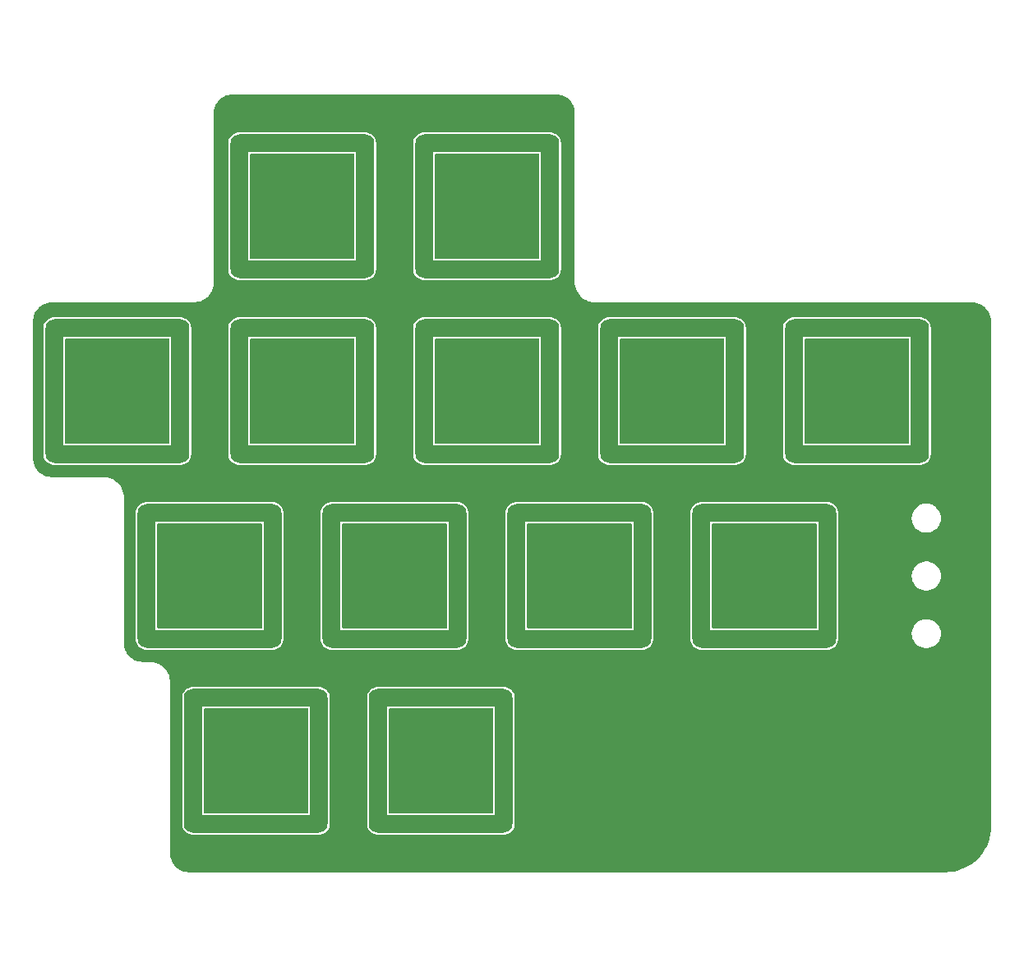
<source format=gbl>
G04 #@! TF.GenerationSoftware,KiCad,Pcbnew,8.0.5*
G04 #@! TF.CreationDate,2024-09-30T06:21:52+09:00*
G04 #@! TF.ProjectId,SandyLP_Plate_Base_LR,53616e64-794c-4505-9f50-6c6174655f42,v.0*
G04 #@! TF.SameCoordinates,Original*
G04 #@! TF.FileFunction,Copper,L2,Bot*
G04 #@! TF.FilePolarity,Positive*
%FSLAX46Y46*%
G04 Gerber Fmt 4.6, Leading zero omitted, Abs format (unit mm)*
G04 Created by KiCad (PCBNEW 8.0.5) date 2024-09-30 06:21:52*
%MOMM*%
%LPD*%
G01*
G04 APERTURE LIST*
G04 Aperture macros list*
%AMRoundRect*
0 Rectangle with rounded corners*
0 $1 Rounding radius*
0 $2 $3 $4 $5 $6 $7 $8 $9 X,Y pos of 4 corners*
0 Add a 4 corners polygon primitive as box body*
4,1,4,$2,$3,$4,$5,$6,$7,$8,$9,$2,$3,0*
0 Add four circle primitives for the rounded corners*
1,1,$1+$1,$2,$3*
1,1,$1+$1,$4,$5*
1,1,$1+$1,$6,$7*
1,1,$1+$1,$8,$9*
0 Add four rect primitives between the rounded corners*
20,1,$1+$1,$2,$3,$4,$5,0*
20,1,$1+$1,$4,$5,$6,$7,0*
20,1,$1+$1,$6,$7,$8,$9,0*
20,1,$1+$1,$8,$9,$2,$3,0*%
G04 Aperture macros list end*
G04 #@! TA.AperFunction,WasherPad*
%ADD10RoundRect,0.900000X0.000010X-6.500000X0.000010X6.500000X-0.000010X6.500000X-0.000010X-6.500000X0*%
G04 #@! TD*
G04 #@! TA.AperFunction,WasherPad*
%ADD11RoundRect,0.900000X-6.500000X-0.000010X6.500000X-0.000010X6.500000X0.000010X-6.500000X0.000010X0*%
G04 #@! TD*
G04 APERTURE END LIST*
D10*
X248747345Y-84250320D03*
D11*
X255247345Y-77750320D03*
X255247345Y-90750320D03*
D10*
X261747345Y-84250320D03*
X220172345Y-46150320D03*
D11*
X226672345Y-39650320D03*
X226672345Y-52650320D03*
D10*
X233172345Y-46150320D03*
X201122345Y-65200320D03*
D11*
X207622345Y-58700320D03*
X207622345Y-71700320D03*
D10*
X214122345Y-65200320D03*
X277322345Y-65200320D03*
D11*
X283822345Y-58700320D03*
X283822345Y-71700320D03*
D10*
X290322345Y-65200320D03*
X258272345Y-65200320D03*
D11*
X264772345Y-58700320D03*
X264772345Y-71700320D03*
D10*
X271272345Y-65200320D03*
X239222345Y-46150320D03*
D11*
X245722345Y-39650320D03*
X245722345Y-52650320D03*
D10*
X252222345Y-46150320D03*
X267797345Y-84250320D03*
D11*
X274297345Y-77750320D03*
X274297345Y-90750320D03*
D10*
X280797345Y-84250320D03*
X210647345Y-84250320D03*
D11*
X217147345Y-77750320D03*
X217147345Y-90750320D03*
D10*
X223647345Y-84250320D03*
X220172345Y-65200320D03*
D11*
X226672345Y-58700320D03*
X226672345Y-71700320D03*
D10*
X233172345Y-65200320D03*
X229697345Y-84250320D03*
D11*
X236197345Y-77750320D03*
X236197345Y-90750320D03*
D10*
X242697345Y-84250320D03*
X234459845Y-103300320D03*
D11*
X240959845Y-96800320D03*
X240959845Y-109800320D03*
D10*
X247459845Y-103300320D03*
X239222345Y-65200320D03*
D11*
X245722345Y-58700320D03*
X245722345Y-71700320D03*
D10*
X252222345Y-65200320D03*
X215409845Y-103300320D03*
D11*
X221909845Y-96800320D03*
X221909845Y-109800320D03*
D10*
X228409845Y-103300320D03*
G04 #@! TA.AperFunction,NonConductor*
G36*
X252838076Y-34619742D02*
G01*
X253079572Y-34635576D01*
X253092393Y-34637264D01*
X253326575Y-34683851D01*
X253339062Y-34687197D01*
X253533114Y-34753074D01*
X253565151Y-34763950D01*
X253577114Y-34768905D01*
X253627970Y-34793985D01*
X253791260Y-34874515D01*
X253802459Y-34880981D01*
X253935881Y-34970135D01*
X254000973Y-35013630D01*
X254011247Y-35021513D01*
X254190755Y-35178944D01*
X254199911Y-35188101D01*
X254357328Y-35367607D01*
X254365211Y-35377881D01*
X254497851Y-35576397D01*
X254504326Y-35587612D01*
X254609919Y-35801743D01*
X254614875Y-35813707D01*
X254691618Y-36039798D01*
X254694969Y-36052307D01*
X254741544Y-36286474D01*
X254743234Y-36299313D01*
X254759133Y-36541939D01*
X254759345Y-36548412D01*
X254759345Y-53934246D01*
X254759319Y-53934322D01*
X254759319Y-54111318D01*
X254794829Y-54381062D01*
X254865247Y-54643867D01*
X254969360Y-54895222D01*
X254969362Y-54895226D01*
X254969364Y-54895230D01*
X255105401Y-55130853D01*
X255117680Y-55146855D01*
X255271030Y-55346703D01*
X255463419Y-55539089D01*
X255518115Y-55581058D01*
X255679269Y-55704713D01*
X255679276Y-55704717D01*
X255679275Y-55704717D01*
X255914884Y-55840742D01*
X255914893Y-55840747D01*
X256166258Y-55944862D01*
X256166262Y-55944863D01*
X256429058Y-56015274D01*
X256429062Y-56015275D01*
X256464570Y-56019948D01*
X256698810Y-56050783D01*
X256834847Y-56050780D01*
X295685316Y-56050780D01*
X295706611Y-56050780D01*
X295713082Y-56050991D01*
X295954587Y-56066814D01*
X295967402Y-56068501D01*
X296201600Y-56115079D01*
X296214092Y-56118426D01*
X296440204Y-56195175D01*
X296452156Y-56200125D01*
X296666300Y-56305724D01*
X296677515Y-56312198D01*
X296876054Y-56444851D01*
X296886313Y-56452723D01*
X297065848Y-56610164D01*
X297074995Y-56619312D01*
X297232421Y-56798817D01*
X297240305Y-56809090D01*
X297372963Y-57007619D01*
X297379438Y-57018834D01*
X297485043Y-57232972D01*
X297489999Y-57244936D01*
X297566753Y-57471036D01*
X297570104Y-57483545D01*
X297616686Y-57717709D01*
X297618377Y-57730548D01*
X297634133Y-57970901D01*
X297634345Y-57977377D01*
X297634345Y-110091863D01*
X297634251Y-110096182D01*
X297616695Y-110498213D01*
X297615942Y-110506816D01*
X297563699Y-110903633D01*
X297562199Y-110912139D01*
X297475569Y-111302890D01*
X297473334Y-111311232D01*
X297352976Y-111692953D01*
X297350022Y-111701069D01*
X297196855Y-112070847D01*
X297193205Y-112078674D01*
X297008396Y-112433687D01*
X297004078Y-112441167D01*
X296789020Y-112778739D01*
X296784066Y-112785813D01*
X296540420Y-113103339D01*
X296534869Y-113109955D01*
X296264461Y-113405054D01*
X296258354Y-113411161D01*
X296133989Y-113525121D01*
X295963271Y-113681555D01*
X295956663Y-113687101D01*
X295639120Y-113930762D01*
X295632045Y-113935716D01*
X295294480Y-114150770D01*
X295287000Y-114155088D01*
X294931987Y-114339898D01*
X294924160Y-114343548D01*
X294554386Y-114496716D01*
X294546270Y-114499670D01*
X294164542Y-114620031D01*
X294156200Y-114622266D01*
X293765454Y-114708895D01*
X293756949Y-114710395D01*
X293360130Y-114762641D01*
X293351526Y-114763394D01*
X292949840Y-114780936D01*
X292945521Y-114781030D01*
X215033915Y-114781030D01*
X215033904Y-114781028D01*
X214992923Y-114781029D01*
X214986450Y-114780817D01*
X214744960Y-114764999D01*
X214732121Y-114763309D01*
X214497951Y-114716739D01*
X214485442Y-114713388D01*
X214259342Y-114636646D01*
X214247381Y-114631692D01*
X214145302Y-114581355D01*
X214033234Y-114526092D01*
X214022019Y-114519617D01*
X213823501Y-114386976D01*
X213813226Y-114379093D01*
X213633704Y-114221659D01*
X213624547Y-114212501D01*
X213570410Y-114150770D01*
X213467122Y-114032993D01*
X213459246Y-114022729D01*
X213326587Y-113824189D01*
X213320118Y-113812985D01*
X213214516Y-113598837D01*
X213209565Y-113586887D01*
X213132815Y-113360773D01*
X213129466Y-113348271D01*
X213082890Y-113114088D01*
X213081203Y-113101270D01*
X213065405Y-112860120D01*
X213065193Y-112853648D01*
X213065193Y-112816276D01*
X213065170Y-112816135D01*
X213065105Y-112695959D01*
X213056487Y-96716053D01*
X214306145Y-96716053D01*
X214306145Y-109884586D01*
X214308966Y-109931947D01*
X214308967Y-109931956D01*
X214353768Y-110137902D01*
X214353770Y-110137907D01*
X214353771Y-110137910D01*
X214436745Y-110331673D01*
X214554889Y-110506231D01*
X214703934Y-110655276D01*
X214878492Y-110773420D01*
X215072255Y-110856394D01*
X215072259Y-110856395D01*
X215072262Y-110856396D01*
X215278208Y-110901197D01*
X215278211Y-110901197D01*
X215278219Y-110901199D01*
X215325575Y-110904020D01*
X215325588Y-110904020D01*
X228494102Y-110904020D01*
X228494115Y-110904020D01*
X228541471Y-110901199D01*
X228541479Y-110901197D01*
X228541481Y-110901197D01*
X228747427Y-110856396D01*
X228747428Y-110856395D01*
X228747435Y-110856394D01*
X228941198Y-110773420D01*
X229115756Y-110655276D01*
X229264801Y-110506231D01*
X229382945Y-110331673D01*
X229465919Y-110137910D01*
X229474997Y-110096182D01*
X229510722Y-109931956D01*
X229510722Y-109931954D01*
X229510724Y-109931946D01*
X229513545Y-109884590D01*
X229513545Y-96716053D01*
X233356145Y-96716053D01*
X233356145Y-109884586D01*
X233358966Y-109931947D01*
X233358967Y-109931956D01*
X233403768Y-110137902D01*
X233403770Y-110137907D01*
X233403771Y-110137910D01*
X233486745Y-110331673D01*
X233604889Y-110506231D01*
X233753934Y-110655276D01*
X233928492Y-110773420D01*
X234122255Y-110856394D01*
X234122259Y-110856395D01*
X234122262Y-110856396D01*
X234328208Y-110901197D01*
X234328211Y-110901197D01*
X234328219Y-110901199D01*
X234375575Y-110904020D01*
X234375588Y-110904020D01*
X247544102Y-110904020D01*
X247544115Y-110904020D01*
X247591471Y-110901199D01*
X247591479Y-110901197D01*
X247591481Y-110901197D01*
X247797427Y-110856396D01*
X247797428Y-110856395D01*
X247797435Y-110856394D01*
X247991198Y-110773420D01*
X248165756Y-110655276D01*
X248314801Y-110506231D01*
X248432945Y-110331673D01*
X248515919Y-110137910D01*
X248524997Y-110096182D01*
X248560722Y-109931956D01*
X248560722Y-109931954D01*
X248560724Y-109931946D01*
X248563545Y-109884590D01*
X248563545Y-96716050D01*
X248560724Y-96668694D01*
X248515919Y-96462730D01*
X248432945Y-96268967D01*
X248314801Y-96094409D01*
X248165756Y-95945364D01*
X248151912Y-95935994D01*
X247991200Y-95827221D01*
X247991198Y-95827220D01*
X247797435Y-95744246D01*
X247797432Y-95744245D01*
X247797427Y-95744243D01*
X247591481Y-95699442D01*
X247591472Y-95699441D01*
X247581999Y-95698876D01*
X247544115Y-95696620D01*
X234544115Y-95696620D01*
X234375575Y-95696620D01*
X234347161Y-95698312D01*
X234328217Y-95699441D01*
X234328208Y-95699442D01*
X234122262Y-95744243D01*
X234122255Y-95744246D01*
X233928489Y-95827221D01*
X233753936Y-95945362D01*
X233604887Y-96094411D01*
X233486746Y-96268964D01*
X233403771Y-96462730D01*
X233403768Y-96462737D01*
X233358967Y-96668683D01*
X233358966Y-96668692D01*
X233356145Y-96716053D01*
X229513545Y-96716053D01*
X229513545Y-96716050D01*
X229510724Y-96668694D01*
X229465919Y-96462730D01*
X229382945Y-96268967D01*
X229264801Y-96094409D01*
X229115756Y-95945364D01*
X229101912Y-95935994D01*
X228941200Y-95827221D01*
X228941198Y-95827220D01*
X228747435Y-95744246D01*
X228747432Y-95744245D01*
X228747427Y-95744243D01*
X228541481Y-95699442D01*
X228541472Y-95699441D01*
X228531999Y-95698876D01*
X228494115Y-95696620D01*
X215494115Y-95696620D01*
X215325575Y-95696620D01*
X215297161Y-95698312D01*
X215278217Y-95699441D01*
X215278208Y-95699442D01*
X215072262Y-95744243D01*
X215072255Y-95744246D01*
X214878489Y-95827221D01*
X214703936Y-95945362D01*
X214554887Y-96094411D01*
X214436746Y-96268964D01*
X214353771Y-96462730D01*
X214353768Y-96462737D01*
X214308967Y-96668683D01*
X214308966Y-96668692D01*
X214306145Y-96716053D01*
X213056487Y-96716053D01*
X213056350Y-96462730D01*
X213055645Y-95155367D01*
X213055591Y-95154835D01*
X213055588Y-95043973D01*
X213020067Y-94774240D01*
X212949646Y-94511451D01*
X212845528Y-94260100D01*
X212709497Y-94024489D01*
X212543877Y-93808647D01*
X212351504Y-93616267D01*
X212135667Y-93450641D01*
X211900060Y-93314602D01*
X211900058Y-93314601D01*
X211900056Y-93314600D01*
X211648718Y-93210477D01*
X211385928Y-93140046D01*
X211385916Y-93140044D01*
X211116195Y-93104517D01*
X211116189Y-93104516D01*
X211006702Y-93104508D01*
X211006688Y-93104507D01*
X210995176Y-93104507D01*
X210980164Y-93104507D01*
X210955633Y-93104505D01*
X210955632Y-93104505D01*
X210940990Y-93104504D01*
X210940970Y-93104507D01*
X210271415Y-93104507D01*
X210271404Y-93104505D01*
X210230423Y-93104506D01*
X210223951Y-93104294D01*
X209982462Y-93088477D01*
X209969624Y-93086787D01*
X209887216Y-93070398D01*
X209735452Y-93040216D01*
X209722943Y-93036865D01*
X209496846Y-92960122D01*
X209484881Y-92955166D01*
X209270740Y-92849569D01*
X209259532Y-92843098D01*
X209060999Y-92710446D01*
X209050728Y-92702565D01*
X208871217Y-92545139D01*
X208862060Y-92535982D01*
X208704634Y-92356471D01*
X208696754Y-92346203D01*
X208564098Y-92147663D01*
X208557633Y-92136465D01*
X208452030Y-91922312D01*
X208447080Y-91910360D01*
X208370333Y-91684254D01*
X208366983Y-91671747D01*
X208353764Y-91605277D01*
X208320409Y-91437562D01*
X208318723Y-91424750D01*
X208302904Y-91183246D01*
X208302693Y-91176774D01*
X208302694Y-91139572D01*
X208302665Y-91139397D01*
X208294130Y-77666053D01*
X209543645Y-77666053D01*
X209543645Y-90834586D01*
X209546466Y-90881947D01*
X209546467Y-90881956D01*
X209591268Y-91087902D01*
X209591270Y-91087907D01*
X209591271Y-91087910D01*
X209674245Y-91281673D01*
X209792389Y-91456231D01*
X209941434Y-91605276D01*
X210115992Y-91723420D01*
X210309755Y-91806394D01*
X210309759Y-91806395D01*
X210309762Y-91806396D01*
X210515708Y-91851197D01*
X210515711Y-91851197D01*
X210515719Y-91851199D01*
X210563075Y-91854020D01*
X210563088Y-91854020D01*
X223731602Y-91854020D01*
X223731615Y-91854020D01*
X223778971Y-91851199D01*
X223778979Y-91851197D01*
X223778981Y-91851197D01*
X223984927Y-91806396D01*
X223984928Y-91806395D01*
X223984935Y-91806394D01*
X224178698Y-91723420D01*
X224353256Y-91605276D01*
X224502301Y-91456231D01*
X224620445Y-91281673D01*
X224703419Y-91087910D01*
X224748224Y-90881946D01*
X224751045Y-90834590D01*
X224751045Y-77666053D01*
X228593645Y-77666053D01*
X228593645Y-90834586D01*
X228596466Y-90881947D01*
X228596467Y-90881956D01*
X228641268Y-91087902D01*
X228641270Y-91087907D01*
X228641271Y-91087910D01*
X228724245Y-91281673D01*
X228842389Y-91456231D01*
X228991434Y-91605276D01*
X229165992Y-91723420D01*
X229359755Y-91806394D01*
X229359759Y-91806395D01*
X229359762Y-91806396D01*
X229565708Y-91851197D01*
X229565711Y-91851197D01*
X229565719Y-91851199D01*
X229613075Y-91854020D01*
X229613088Y-91854020D01*
X242781602Y-91854020D01*
X242781615Y-91854020D01*
X242828971Y-91851199D01*
X242828979Y-91851197D01*
X242828981Y-91851197D01*
X243034927Y-91806396D01*
X243034928Y-91806395D01*
X243034935Y-91806394D01*
X243228698Y-91723420D01*
X243403256Y-91605276D01*
X243552301Y-91456231D01*
X243670445Y-91281673D01*
X243753419Y-91087910D01*
X243798224Y-90881946D01*
X243801045Y-90834590D01*
X243801045Y-77666053D01*
X247643645Y-77666053D01*
X247643645Y-90834586D01*
X247646466Y-90881947D01*
X247646467Y-90881956D01*
X247691268Y-91087902D01*
X247691270Y-91087907D01*
X247691271Y-91087910D01*
X247774245Y-91281673D01*
X247892389Y-91456231D01*
X248041434Y-91605276D01*
X248215992Y-91723420D01*
X248409755Y-91806394D01*
X248409759Y-91806395D01*
X248409762Y-91806396D01*
X248615708Y-91851197D01*
X248615711Y-91851197D01*
X248615719Y-91851199D01*
X248663075Y-91854020D01*
X248663088Y-91854020D01*
X261831602Y-91854020D01*
X261831615Y-91854020D01*
X261878971Y-91851199D01*
X261878979Y-91851197D01*
X261878981Y-91851197D01*
X262084927Y-91806396D01*
X262084928Y-91806395D01*
X262084935Y-91806394D01*
X262278698Y-91723420D01*
X262453256Y-91605276D01*
X262602301Y-91456231D01*
X262720445Y-91281673D01*
X262803419Y-91087910D01*
X262848224Y-90881946D01*
X262851045Y-90834590D01*
X262851045Y-77666053D01*
X266693645Y-77666053D01*
X266693645Y-90834586D01*
X266696466Y-90881947D01*
X266696467Y-90881956D01*
X266741268Y-91087902D01*
X266741270Y-91087907D01*
X266741271Y-91087910D01*
X266824245Y-91281673D01*
X266942389Y-91456231D01*
X267091434Y-91605276D01*
X267265992Y-91723420D01*
X267459755Y-91806394D01*
X267459759Y-91806395D01*
X267459762Y-91806396D01*
X267665708Y-91851197D01*
X267665711Y-91851197D01*
X267665719Y-91851199D01*
X267713075Y-91854020D01*
X267713088Y-91854020D01*
X280881602Y-91854020D01*
X280881615Y-91854020D01*
X280928971Y-91851199D01*
X280928979Y-91851197D01*
X280928981Y-91851197D01*
X281134927Y-91806396D01*
X281134928Y-91806395D01*
X281134935Y-91806394D01*
X281328698Y-91723420D01*
X281503256Y-91605276D01*
X281652301Y-91456231D01*
X281770445Y-91281673D01*
X281853419Y-91087910D01*
X281898224Y-90881946D01*
X281901045Y-90834590D01*
X281901045Y-90203506D01*
X289466325Y-90203506D01*
X289486782Y-90450396D01*
X289486783Y-90450398D01*
X289547599Y-90690555D01*
X289593260Y-90794652D01*
X289647111Y-90917422D01*
X289647113Y-90917425D01*
X289647114Y-90917427D01*
X289782614Y-91124825D01*
X289950403Y-91307092D01*
X289950406Y-91307094D01*
X290142012Y-91456228D01*
X290142016Y-91456231D01*
X290145903Y-91459256D01*
X290363782Y-91577166D01*
X290598097Y-91657606D01*
X290842456Y-91698383D01*
X291090194Y-91698383D01*
X291334553Y-91657606D01*
X291568868Y-91577166D01*
X291786747Y-91459256D01*
X291982247Y-91307092D01*
X292150036Y-91124825D01*
X292285536Y-90917427D01*
X292385051Y-90690555D01*
X292445867Y-90450398D01*
X292466325Y-90203506D01*
X292445867Y-89956614D01*
X292385051Y-89716457D01*
X292285536Y-89489585D01*
X292150036Y-89282187D01*
X291982247Y-89099920D01*
X291786747Y-88947756D01*
X291568871Y-88829847D01*
X291551492Y-88823880D01*
X291334553Y-88749406D01*
X291334550Y-88749405D01*
X291334549Y-88749405D01*
X291090194Y-88708629D01*
X290842456Y-88708629D01*
X290598100Y-88749405D01*
X290363778Y-88829847D01*
X290145902Y-88947756D01*
X290145899Y-88947758D01*
X289950406Y-89099917D01*
X289950400Y-89099922D01*
X289782616Y-89282184D01*
X289647111Y-89489589D01*
X289580357Y-89641775D01*
X289547599Y-89716457D01*
X289517191Y-89836535D01*
X289486782Y-89956615D01*
X289466325Y-90203506D01*
X281901045Y-90203506D01*
X281901045Y-84250376D01*
X289466325Y-84250376D01*
X289486782Y-84497266D01*
X289486783Y-84497268D01*
X289547599Y-84737425D01*
X289593260Y-84841522D01*
X289647111Y-84964292D01*
X289647113Y-84964295D01*
X289647114Y-84964297D01*
X289782614Y-85171695D01*
X289950403Y-85353962D01*
X290145903Y-85506126D01*
X290363782Y-85624036D01*
X290598097Y-85704476D01*
X290842456Y-85745253D01*
X291090194Y-85745253D01*
X291334553Y-85704476D01*
X291568868Y-85624036D01*
X291786747Y-85506126D01*
X291982247Y-85353962D01*
X292150036Y-85171695D01*
X292285536Y-84964297D01*
X292385051Y-84737425D01*
X292445867Y-84497268D01*
X292466325Y-84250376D01*
X292445867Y-84003484D01*
X292385051Y-83763327D01*
X292285536Y-83536455D01*
X292150036Y-83329057D01*
X291982247Y-83146790D01*
X291786747Y-82994626D01*
X291568871Y-82876717D01*
X291551492Y-82870750D01*
X291334553Y-82796276D01*
X291334550Y-82796275D01*
X291334549Y-82796275D01*
X291090194Y-82755499D01*
X290842456Y-82755499D01*
X290598100Y-82796275D01*
X290363778Y-82876717D01*
X290145902Y-82994626D01*
X290145899Y-82994628D01*
X289950406Y-83146787D01*
X289950400Y-83146792D01*
X289782616Y-83329054D01*
X289647111Y-83536459D01*
X289563983Y-83725974D01*
X289547599Y-83763327D01*
X289517191Y-83883405D01*
X289486782Y-84003485D01*
X289466325Y-84250376D01*
X281901045Y-84250376D01*
X281901045Y-78297246D01*
X289466325Y-78297246D01*
X289486782Y-78544136D01*
X289486783Y-78544138D01*
X289547599Y-78784295D01*
X289593260Y-78888392D01*
X289647111Y-79011162D01*
X289647113Y-79011165D01*
X289647114Y-79011167D01*
X289782614Y-79218565D01*
X289950403Y-79400832D01*
X290145903Y-79552996D01*
X290363782Y-79670906D01*
X290598097Y-79751346D01*
X290842456Y-79792123D01*
X291090194Y-79792123D01*
X291334553Y-79751346D01*
X291568868Y-79670906D01*
X291786747Y-79552996D01*
X291982247Y-79400832D01*
X292150036Y-79218565D01*
X292285536Y-79011167D01*
X292385051Y-78784295D01*
X292445867Y-78544138D01*
X292466325Y-78297246D01*
X292445867Y-78050354D01*
X292385051Y-77810197D01*
X292285536Y-77583325D01*
X292150036Y-77375927D01*
X291982247Y-77193660D01*
X291932825Y-77155193D01*
X291786750Y-77041498D01*
X291786747Y-77041496D01*
X291568871Y-76923587D01*
X291551492Y-76917620D01*
X291334553Y-76843146D01*
X291334550Y-76843145D01*
X291334549Y-76843145D01*
X291090194Y-76802369D01*
X290842456Y-76802369D01*
X290598100Y-76843145D01*
X290363778Y-76923587D01*
X290145902Y-77041496D01*
X290145899Y-77041498D01*
X289950406Y-77193657D01*
X289950400Y-77193662D01*
X289782616Y-77375924D01*
X289647111Y-77583329D01*
X289563983Y-77772844D01*
X289547599Y-77810197D01*
X289517191Y-77930275D01*
X289486782Y-78050355D01*
X289466325Y-78297246D01*
X281901045Y-78297246D01*
X281901045Y-77666050D01*
X281898224Y-77618694D01*
X281853419Y-77412730D01*
X281770445Y-77218967D01*
X281652301Y-77044409D01*
X281503256Y-76895364D01*
X281426104Y-76843146D01*
X281328700Y-76777221D01*
X281328698Y-76777220D01*
X281134935Y-76694246D01*
X281134932Y-76694245D01*
X281134927Y-76694243D01*
X280928981Y-76649442D01*
X280928972Y-76649441D01*
X280919499Y-76648876D01*
X280881615Y-76646620D01*
X267881615Y-76646620D01*
X267713075Y-76646620D01*
X267684661Y-76648312D01*
X267665717Y-76649441D01*
X267665708Y-76649442D01*
X267459762Y-76694243D01*
X267459755Y-76694246D01*
X267265989Y-76777221D01*
X267091436Y-76895362D01*
X266942387Y-77044411D01*
X266824246Y-77218964D01*
X266741271Y-77412730D01*
X266741268Y-77412737D01*
X266696467Y-77618683D01*
X266696466Y-77618692D01*
X266693645Y-77666053D01*
X262851045Y-77666053D01*
X262851045Y-77666050D01*
X262848224Y-77618694D01*
X262803419Y-77412730D01*
X262720445Y-77218967D01*
X262602301Y-77044409D01*
X262453256Y-76895364D01*
X262376104Y-76843146D01*
X262278700Y-76777221D01*
X262278698Y-76777220D01*
X262084935Y-76694246D01*
X262084932Y-76694245D01*
X262084927Y-76694243D01*
X261878981Y-76649442D01*
X261878972Y-76649441D01*
X261869499Y-76648876D01*
X261831615Y-76646620D01*
X248831615Y-76646620D01*
X248663075Y-76646620D01*
X248634661Y-76648312D01*
X248615717Y-76649441D01*
X248615708Y-76649442D01*
X248409762Y-76694243D01*
X248409755Y-76694246D01*
X248215989Y-76777221D01*
X248041436Y-76895362D01*
X247892387Y-77044411D01*
X247774246Y-77218964D01*
X247691271Y-77412730D01*
X247691268Y-77412737D01*
X247646467Y-77618683D01*
X247646466Y-77618692D01*
X247643645Y-77666053D01*
X243801045Y-77666053D01*
X243801045Y-77666050D01*
X243798224Y-77618694D01*
X243753419Y-77412730D01*
X243670445Y-77218967D01*
X243552301Y-77044409D01*
X243403256Y-76895364D01*
X243326104Y-76843146D01*
X243228700Y-76777221D01*
X243228698Y-76777220D01*
X243034935Y-76694246D01*
X243034932Y-76694245D01*
X243034927Y-76694243D01*
X242828981Y-76649442D01*
X242828972Y-76649441D01*
X242819499Y-76648876D01*
X242781615Y-76646620D01*
X229781615Y-76646620D01*
X229613075Y-76646620D01*
X229584661Y-76648312D01*
X229565717Y-76649441D01*
X229565708Y-76649442D01*
X229359762Y-76694243D01*
X229359755Y-76694246D01*
X229165989Y-76777221D01*
X228991436Y-76895362D01*
X228842387Y-77044411D01*
X228724246Y-77218964D01*
X228641271Y-77412730D01*
X228641268Y-77412737D01*
X228596467Y-77618683D01*
X228596466Y-77618692D01*
X228593645Y-77666053D01*
X224751045Y-77666053D01*
X224751045Y-77666050D01*
X224748224Y-77618694D01*
X224703419Y-77412730D01*
X224620445Y-77218967D01*
X224502301Y-77044409D01*
X224353256Y-76895364D01*
X224276104Y-76843146D01*
X224178700Y-76777221D01*
X224178698Y-76777220D01*
X223984935Y-76694246D01*
X223984932Y-76694245D01*
X223984927Y-76694243D01*
X223778981Y-76649442D01*
X223778972Y-76649441D01*
X223769499Y-76648876D01*
X223731615Y-76646620D01*
X210731615Y-76646620D01*
X210563075Y-76646620D01*
X210534661Y-76648312D01*
X210515717Y-76649441D01*
X210515708Y-76649442D01*
X210309762Y-76694243D01*
X210309755Y-76694246D01*
X210115989Y-76777221D01*
X209941436Y-76895362D01*
X209792387Y-77044411D01*
X209674246Y-77218964D01*
X209591271Y-77412730D01*
X209591268Y-77412737D01*
X209546467Y-77618683D01*
X209546466Y-77618692D01*
X209543645Y-77666053D01*
X208294130Y-77666053D01*
X208293148Y-76114989D01*
X208293147Y-76114987D01*
X208293143Y-76108949D01*
X208293136Y-75994018D01*
X208257609Y-75724284D01*
X208187181Y-75461493D01*
X208083058Y-75210143D01*
X208083058Y-75210142D01*
X207947024Y-74974537D01*
X207947023Y-74974536D01*
X207947021Y-74974532D01*
X207781397Y-74758691D01*
X207589020Y-74566312D01*
X207373179Y-74400687D01*
X207373178Y-74400686D01*
X207373175Y-74400684D01*
X207137570Y-74264648D01*
X207137567Y-74264647D01*
X206886233Y-74160528D01*
X206886224Y-74160525D01*
X206886219Y-74160523D01*
X206802862Y-74138183D01*
X206623429Y-74090093D01*
X206353696Y-74054565D01*
X206353690Y-74054564D01*
X206244202Y-74054556D01*
X206244188Y-74054555D01*
X206232676Y-74054555D01*
X206217664Y-74054555D01*
X206193133Y-74054553D01*
X206193132Y-74054553D01*
X206178490Y-74054552D01*
X206178470Y-74054555D01*
X200914658Y-74054555D01*
X200914637Y-74054552D01*
X200878710Y-74054554D01*
X200872237Y-74054343D01*
X200630731Y-74038533D01*
X200617890Y-74036843D01*
X200383713Y-73990278D01*
X200371204Y-73986927D01*
X200145106Y-73910191D01*
X200133140Y-73905235D01*
X199918997Y-73799642D01*
X199907781Y-73793167D01*
X199709247Y-73660518D01*
X199698980Y-73652640D01*
X199519460Y-73495209D01*
X199510304Y-73486053D01*
X199352876Y-73306541D01*
X199344992Y-73296266D01*
X199212348Y-73097744D01*
X199205872Y-73086528D01*
X199100271Y-72872376D01*
X199095316Y-72860411D01*
X199018580Y-72634323D01*
X199015228Y-72621813D01*
X199001997Y-72555277D01*
X198968655Y-72387615D01*
X198966969Y-72374791D01*
X198951181Y-72133677D01*
X198950970Y-72127209D01*
X198950971Y-72105529D01*
X198950970Y-72105527D01*
X198950970Y-58616053D01*
X200018645Y-58616053D01*
X200018645Y-71784586D01*
X200021466Y-71831947D01*
X200021467Y-71831956D01*
X200066268Y-72037902D01*
X200066270Y-72037907D01*
X200066271Y-72037910D01*
X200149245Y-72231673D01*
X200267389Y-72406231D01*
X200416434Y-72555276D01*
X200590992Y-72673420D01*
X200784755Y-72756394D01*
X200784759Y-72756395D01*
X200784762Y-72756396D01*
X200990708Y-72801197D01*
X200990711Y-72801197D01*
X200990719Y-72801199D01*
X201038075Y-72804020D01*
X201038088Y-72804020D01*
X214206602Y-72804020D01*
X214206615Y-72804020D01*
X214253971Y-72801199D01*
X214253979Y-72801197D01*
X214253981Y-72801197D01*
X214459927Y-72756396D01*
X214459928Y-72756395D01*
X214459935Y-72756394D01*
X214653698Y-72673420D01*
X214828256Y-72555276D01*
X214977301Y-72406231D01*
X215095445Y-72231673D01*
X215178419Y-72037910D01*
X215223224Y-71831946D01*
X215226045Y-71784590D01*
X215226045Y-58616053D01*
X219068645Y-58616053D01*
X219068645Y-71784586D01*
X219071466Y-71831947D01*
X219071467Y-71831956D01*
X219116268Y-72037902D01*
X219116270Y-72037907D01*
X219116271Y-72037910D01*
X219199245Y-72231673D01*
X219317389Y-72406231D01*
X219466434Y-72555276D01*
X219640992Y-72673420D01*
X219834755Y-72756394D01*
X219834759Y-72756395D01*
X219834762Y-72756396D01*
X220040708Y-72801197D01*
X220040711Y-72801197D01*
X220040719Y-72801199D01*
X220088075Y-72804020D01*
X220088088Y-72804020D01*
X233256602Y-72804020D01*
X233256615Y-72804020D01*
X233303971Y-72801199D01*
X233303979Y-72801197D01*
X233303981Y-72801197D01*
X233509927Y-72756396D01*
X233509928Y-72756395D01*
X233509935Y-72756394D01*
X233703698Y-72673420D01*
X233878256Y-72555276D01*
X234027301Y-72406231D01*
X234145445Y-72231673D01*
X234228419Y-72037910D01*
X234273224Y-71831946D01*
X234276045Y-71784590D01*
X234276045Y-58616053D01*
X238118645Y-58616053D01*
X238118645Y-71784586D01*
X238121466Y-71831947D01*
X238121467Y-71831956D01*
X238166268Y-72037902D01*
X238166270Y-72037907D01*
X238166271Y-72037910D01*
X238249245Y-72231673D01*
X238367389Y-72406231D01*
X238516434Y-72555276D01*
X238690992Y-72673420D01*
X238884755Y-72756394D01*
X238884759Y-72756395D01*
X238884762Y-72756396D01*
X239090708Y-72801197D01*
X239090711Y-72801197D01*
X239090719Y-72801199D01*
X239138075Y-72804020D01*
X239138088Y-72804020D01*
X252306602Y-72804020D01*
X252306615Y-72804020D01*
X252353971Y-72801199D01*
X252353979Y-72801197D01*
X252353981Y-72801197D01*
X252559927Y-72756396D01*
X252559928Y-72756395D01*
X252559935Y-72756394D01*
X252753698Y-72673420D01*
X252928256Y-72555276D01*
X253077301Y-72406231D01*
X253195445Y-72231673D01*
X253278419Y-72037910D01*
X253323224Y-71831946D01*
X253326045Y-71784590D01*
X253326045Y-58616053D01*
X257168645Y-58616053D01*
X257168645Y-71784586D01*
X257171466Y-71831947D01*
X257171467Y-71831956D01*
X257216268Y-72037902D01*
X257216270Y-72037907D01*
X257216271Y-72037910D01*
X257299245Y-72231673D01*
X257417389Y-72406231D01*
X257566434Y-72555276D01*
X257740992Y-72673420D01*
X257934755Y-72756394D01*
X257934759Y-72756395D01*
X257934762Y-72756396D01*
X258140708Y-72801197D01*
X258140711Y-72801197D01*
X258140719Y-72801199D01*
X258188075Y-72804020D01*
X258188088Y-72804020D01*
X271356602Y-72804020D01*
X271356615Y-72804020D01*
X271403971Y-72801199D01*
X271403979Y-72801197D01*
X271403981Y-72801197D01*
X271609927Y-72756396D01*
X271609928Y-72756395D01*
X271609935Y-72756394D01*
X271803698Y-72673420D01*
X271978256Y-72555276D01*
X272127301Y-72406231D01*
X272245445Y-72231673D01*
X272328419Y-72037910D01*
X272373224Y-71831946D01*
X272376045Y-71784590D01*
X272376045Y-58616053D01*
X276218645Y-58616053D01*
X276218645Y-71784586D01*
X276221466Y-71831947D01*
X276221467Y-71831956D01*
X276266268Y-72037902D01*
X276266270Y-72037907D01*
X276266271Y-72037910D01*
X276349245Y-72231673D01*
X276467389Y-72406231D01*
X276616434Y-72555276D01*
X276790992Y-72673420D01*
X276984755Y-72756394D01*
X276984759Y-72756395D01*
X276984762Y-72756396D01*
X277190708Y-72801197D01*
X277190711Y-72801197D01*
X277190719Y-72801199D01*
X277238075Y-72804020D01*
X277238088Y-72804020D01*
X290406602Y-72804020D01*
X290406615Y-72804020D01*
X290453971Y-72801199D01*
X290453979Y-72801197D01*
X290453981Y-72801197D01*
X290659927Y-72756396D01*
X290659928Y-72756395D01*
X290659935Y-72756394D01*
X290853698Y-72673420D01*
X291028256Y-72555276D01*
X291177301Y-72406231D01*
X291295445Y-72231673D01*
X291378419Y-72037910D01*
X291423224Y-71831946D01*
X291426045Y-71784590D01*
X291426045Y-58616050D01*
X291423224Y-58568694D01*
X291378419Y-58362730D01*
X291295445Y-58168967D01*
X291177301Y-57994409D01*
X291028256Y-57845364D01*
X290858639Y-57730564D01*
X290853700Y-57727221D01*
X290846391Y-57724091D01*
X290659935Y-57644246D01*
X290659932Y-57644245D01*
X290659927Y-57644243D01*
X290453981Y-57599442D01*
X290453972Y-57599441D01*
X290444499Y-57598876D01*
X290406615Y-57596620D01*
X277406615Y-57596620D01*
X277238075Y-57596620D01*
X277209661Y-57598312D01*
X277190717Y-57599441D01*
X277190708Y-57599442D01*
X276984762Y-57644243D01*
X276984755Y-57644246D01*
X276790989Y-57727221D01*
X276616436Y-57845362D01*
X276467387Y-57994411D01*
X276349246Y-58168964D01*
X276266271Y-58362730D01*
X276266268Y-58362737D01*
X276221467Y-58568683D01*
X276221466Y-58568692D01*
X276218645Y-58616053D01*
X272376045Y-58616053D01*
X272376045Y-58616050D01*
X272373224Y-58568694D01*
X272328419Y-58362730D01*
X272245445Y-58168967D01*
X272127301Y-57994409D01*
X271978256Y-57845364D01*
X271808639Y-57730564D01*
X271803700Y-57727221D01*
X271796391Y-57724091D01*
X271609935Y-57644246D01*
X271609932Y-57644245D01*
X271609927Y-57644243D01*
X271403981Y-57599442D01*
X271403972Y-57599441D01*
X271394499Y-57598876D01*
X271356615Y-57596620D01*
X258356615Y-57596620D01*
X258188075Y-57596620D01*
X258159661Y-57598312D01*
X258140717Y-57599441D01*
X258140708Y-57599442D01*
X257934762Y-57644243D01*
X257934755Y-57644246D01*
X257740989Y-57727221D01*
X257566436Y-57845362D01*
X257417387Y-57994411D01*
X257299246Y-58168964D01*
X257216271Y-58362730D01*
X257216268Y-58362737D01*
X257171467Y-58568683D01*
X257171466Y-58568692D01*
X257168645Y-58616053D01*
X253326045Y-58616053D01*
X253326045Y-58616050D01*
X253323224Y-58568694D01*
X253278419Y-58362730D01*
X253195445Y-58168967D01*
X253077301Y-57994409D01*
X252928256Y-57845364D01*
X252758639Y-57730564D01*
X252753700Y-57727221D01*
X252746391Y-57724091D01*
X252559935Y-57644246D01*
X252559932Y-57644245D01*
X252559927Y-57644243D01*
X252353981Y-57599442D01*
X252353972Y-57599441D01*
X252344499Y-57598876D01*
X252306615Y-57596620D01*
X239306615Y-57596620D01*
X239138075Y-57596620D01*
X239109661Y-57598312D01*
X239090717Y-57599441D01*
X239090708Y-57599442D01*
X238884762Y-57644243D01*
X238884755Y-57644246D01*
X238690989Y-57727221D01*
X238516436Y-57845362D01*
X238367387Y-57994411D01*
X238249246Y-58168964D01*
X238166271Y-58362730D01*
X238166268Y-58362737D01*
X238121467Y-58568683D01*
X238121466Y-58568692D01*
X238118645Y-58616053D01*
X234276045Y-58616053D01*
X234276045Y-58616050D01*
X234273224Y-58568694D01*
X234228419Y-58362730D01*
X234145445Y-58168967D01*
X234027301Y-57994409D01*
X233878256Y-57845364D01*
X233708639Y-57730564D01*
X233703700Y-57727221D01*
X233696391Y-57724091D01*
X233509935Y-57644246D01*
X233509932Y-57644245D01*
X233509927Y-57644243D01*
X233303981Y-57599442D01*
X233303972Y-57599441D01*
X233294499Y-57598876D01*
X233256615Y-57596620D01*
X220256615Y-57596620D01*
X220088075Y-57596620D01*
X220059661Y-57598312D01*
X220040717Y-57599441D01*
X220040708Y-57599442D01*
X219834762Y-57644243D01*
X219834755Y-57644246D01*
X219640989Y-57727221D01*
X219466436Y-57845362D01*
X219317387Y-57994411D01*
X219199246Y-58168964D01*
X219116271Y-58362730D01*
X219116268Y-58362737D01*
X219071467Y-58568683D01*
X219071466Y-58568692D01*
X219068645Y-58616053D01*
X215226045Y-58616053D01*
X215226045Y-58616050D01*
X215223224Y-58568694D01*
X215178419Y-58362730D01*
X215095445Y-58168967D01*
X214977301Y-57994409D01*
X214828256Y-57845364D01*
X214658639Y-57730564D01*
X214653700Y-57727221D01*
X214646391Y-57724091D01*
X214459935Y-57644246D01*
X214459932Y-57644245D01*
X214459927Y-57644243D01*
X214253981Y-57599442D01*
X214253972Y-57599441D01*
X214244499Y-57598876D01*
X214206615Y-57596620D01*
X201206615Y-57596620D01*
X201038075Y-57596620D01*
X201009661Y-57598312D01*
X200990717Y-57599441D01*
X200990708Y-57599442D01*
X200784762Y-57644243D01*
X200784755Y-57644246D01*
X200590989Y-57727221D01*
X200416436Y-57845362D01*
X200267387Y-57994411D01*
X200149246Y-58168964D01*
X200066271Y-58362730D01*
X200066268Y-58362737D01*
X200021467Y-58568683D01*
X200021466Y-58568692D01*
X200018645Y-58616053D01*
X198950970Y-58616053D01*
X198950970Y-57978527D01*
X198951182Y-57972047D01*
X198959492Y-57845364D01*
X198967023Y-57730558D01*
X198968714Y-57717726D01*
X199015307Y-57483545D01*
X199018651Y-57471063D01*
X199095412Y-57244960D01*
X199100359Y-57233016D01*
X199205976Y-57018858D01*
X199212433Y-57007675D01*
X199345099Y-56809132D01*
X199352979Y-56798865D01*
X199510400Y-56619361D01*
X199519547Y-56610213D01*
X199699068Y-56452775D01*
X199709326Y-56444903D01*
X199907858Y-56312244D01*
X199919069Y-56305772D01*
X200133205Y-56200164D01*
X200145147Y-56195217D01*
X200371245Y-56118457D01*
X200383746Y-56115106D01*
X200617922Y-56068514D01*
X200630748Y-56066824D01*
X200872091Y-56050991D01*
X200878572Y-56050780D01*
X215522101Y-56050780D01*
X215522444Y-56050745D01*
X215633378Y-56050748D01*
X215903121Y-56015243D01*
X216165923Y-55944831D01*
X216417284Y-55840719D01*
X216652906Y-55704688D01*
X216868756Y-55539064D01*
X217061140Y-55346683D01*
X217226767Y-55130836D01*
X217362803Y-54895217D01*
X217466920Y-54643857D01*
X217537335Y-54381057D01*
X217572846Y-54111314D01*
X217572845Y-53975279D01*
X217572845Y-39566053D01*
X219068645Y-39566053D01*
X219068645Y-52734586D01*
X219071466Y-52781947D01*
X219071467Y-52781956D01*
X219116268Y-52987902D01*
X219116270Y-52987907D01*
X219116271Y-52987910D01*
X219199245Y-53181673D01*
X219317389Y-53356231D01*
X219466434Y-53505276D01*
X219640992Y-53623420D01*
X219834755Y-53706394D01*
X219834759Y-53706395D01*
X219834762Y-53706396D01*
X220040708Y-53751197D01*
X220040711Y-53751197D01*
X220040719Y-53751199D01*
X220088075Y-53754020D01*
X220088088Y-53754020D01*
X233256602Y-53754020D01*
X233256615Y-53754020D01*
X233303971Y-53751199D01*
X233303979Y-53751197D01*
X233303981Y-53751197D01*
X233509927Y-53706396D01*
X233509928Y-53706395D01*
X233509935Y-53706394D01*
X233703698Y-53623420D01*
X233878256Y-53505276D01*
X234027301Y-53356231D01*
X234145445Y-53181673D01*
X234228419Y-52987910D01*
X234273224Y-52781946D01*
X234276045Y-52734590D01*
X234276045Y-39566053D01*
X238118645Y-39566053D01*
X238118645Y-52734586D01*
X238121466Y-52781947D01*
X238121467Y-52781956D01*
X238166268Y-52987902D01*
X238166270Y-52987907D01*
X238166271Y-52987910D01*
X238249245Y-53181673D01*
X238367389Y-53356231D01*
X238516434Y-53505276D01*
X238690992Y-53623420D01*
X238884755Y-53706394D01*
X238884759Y-53706395D01*
X238884762Y-53706396D01*
X239090708Y-53751197D01*
X239090711Y-53751197D01*
X239090719Y-53751199D01*
X239138075Y-53754020D01*
X239138088Y-53754020D01*
X252306602Y-53754020D01*
X252306615Y-53754020D01*
X252353971Y-53751199D01*
X252353979Y-53751197D01*
X252353981Y-53751197D01*
X252559927Y-53706396D01*
X252559928Y-53706395D01*
X252559935Y-53706394D01*
X252753698Y-53623420D01*
X252928256Y-53505276D01*
X253077301Y-53356231D01*
X253195445Y-53181673D01*
X253278419Y-52987910D01*
X253323224Y-52781946D01*
X253326045Y-52734590D01*
X253326045Y-39566050D01*
X253323224Y-39518694D01*
X253278419Y-39312730D01*
X253195445Y-39118967D01*
X253077301Y-38944409D01*
X252928256Y-38795364D01*
X252914412Y-38785994D01*
X252753700Y-38677221D01*
X252753698Y-38677220D01*
X252559935Y-38594246D01*
X252559932Y-38594245D01*
X252559927Y-38594243D01*
X252353981Y-38549442D01*
X252353972Y-38549441D01*
X252344499Y-38548876D01*
X252306615Y-38546620D01*
X239306615Y-38546620D01*
X239138075Y-38546620D01*
X239109661Y-38548312D01*
X239090717Y-38549441D01*
X239090708Y-38549442D01*
X238884762Y-38594243D01*
X238884755Y-38594246D01*
X238690989Y-38677221D01*
X238516436Y-38795362D01*
X238367387Y-38944411D01*
X238249246Y-39118964D01*
X238166271Y-39312730D01*
X238166268Y-39312737D01*
X238121467Y-39518683D01*
X238121466Y-39518692D01*
X238118645Y-39566053D01*
X234276045Y-39566053D01*
X234276045Y-39566050D01*
X234273224Y-39518694D01*
X234228419Y-39312730D01*
X234145445Y-39118967D01*
X234027301Y-38944409D01*
X233878256Y-38795364D01*
X233864412Y-38785994D01*
X233703700Y-38677221D01*
X233703698Y-38677220D01*
X233509935Y-38594246D01*
X233509932Y-38594245D01*
X233509927Y-38594243D01*
X233303981Y-38549442D01*
X233303972Y-38549441D01*
X233294499Y-38548876D01*
X233256615Y-38546620D01*
X220256615Y-38546620D01*
X220088075Y-38546620D01*
X220059661Y-38548312D01*
X220040717Y-38549441D01*
X220040708Y-38549442D01*
X219834762Y-38594243D01*
X219834755Y-38594246D01*
X219640989Y-38677221D01*
X219466436Y-38795362D01*
X219317387Y-38944411D01*
X219199246Y-39118964D01*
X219116271Y-39312730D01*
X219116268Y-39312737D01*
X219071467Y-39518683D01*
X219071466Y-39518692D01*
X219068645Y-39566053D01*
X217572845Y-39566053D01*
X217572845Y-36547272D01*
X217573057Y-36540794D01*
X217581765Y-36407998D01*
X217588893Y-36299301D01*
X217590583Y-36286474D01*
X217637171Y-36052292D01*
X217640516Y-36039810D01*
X217717274Y-35813707D01*
X217722224Y-35801756D01*
X217827836Y-35587606D01*
X217834300Y-35576410D01*
X217966958Y-35377877D01*
X217974824Y-35367625D01*
X218132275Y-35188090D01*
X218141407Y-35178959D01*
X218320937Y-35021516D01*
X218331181Y-35013656D01*
X218529725Y-34880991D01*
X218540921Y-34874527D01*
X218755074Y-34768917D01*
X218767009Y-34763972D01*
X218993132Y-34687210D01*
X219005611Y-34683866D01*
X219239797Y-34637279D01*
X219252613Y-34635591D01*
X219494347Y-34619741D01*
X219500814Y-34619530D01*
X252831599Y-34619530D01*
X252838076Y-34619742D01*
G37*
G04 #@! TD.AperFunction*
G04 #@! TA.AperFunction,NonConductor*
G36*
X251077836Y-40772927D02*
G01*
X251113800Y-40822427D01*
X251118645Y-40853020D01*
X251118645Y-51447620D01*
X251099738Y-51505811D01*
X251050238Y-51541775D01*
X251019645Y-51546620D01*
X240425045Y-51546620D01*
X240366854Y-51527713D01*
X240330890Y-51478213D01*
X240326045Y-51447620D01*
X240326045Y-40853020D01*
X240344952Y-40794829D01*
X240394452Y-40758865D01*
X240425045Y-40754020D01*
X251019645Y-40754020D01*
X251077836Y-40772927D01*
G37*
G04 #@! TD.AperFunction*
G04 #@! TA.AperFunction,NonConductor*
G36*
X232027836Y-40772927D02*
G01*
X232063800Y-40822427D01*
X232068645Y-40853020D01*
X232068645Y-51447620D01*
X232049738Y-51505811D01*
X232000238Y-51541775D01*
X231969645Y-51546620D01*
X221375045Y-51546620D01*
X221316854Y-51527713D01*
X221280890Y-51478213D01*
X221276045Y-51447620D01*
X221276045Y-40853020D01*
X221294952Y-40794829D01*
X221344452Y-40758865D01*
X221375045Y-40754020D01*
X231969645Y-40754020D01*
X232027836Y-40772927D01*
G37*
G04 #@! TD.AperFunction*
G04 #@! TA.AperFunction,NonConductor*
G36*
X289177836Y-59822927D02*
G01*
X289213800Y-59872427D01*
X289218645Y-59903020D01*
X289218645Y-70497620D01*
X289199738Y-70555811D01*
X289150238Y-70591775D01*
X289119645Y-70596620D01*
X278525045Y-70596620D01*
X278466854Y-70577713D01*
X278430890Y-70528213D01*
X278426045Y-70497620D01*
X278426045Y-59903020D01*
X278444952Y-59844829D01*
X278494452Y-59808865D01*
X278525045Y-59804020D01*
X289119645Y-59804020D01*
X289177836Y-59822927D01*
G37*
G04 #@! TD.AperFunction*
G04 #@! TA.AperFunction,NonConductor*
G36*
X270127836Y-59822927D02*
G01*
X270163800Y-59872427D01*
X270168645Y-59903020D01*
X270168645Y-70497620D01*
X270149738Y-70555811D01*
X270100238Y-70591775D01*
X270069645Y-70596620D01*
X259475045Y-70596620D01*
X259416854Y-70577713D01*
X259380890Y-70528213D01*
X259376045Y-70497620D01*
X259376045Y-59903020D01*
X259394952Y-59844829D01*
X259444452Y-59808865D01*
X259475045Y-59804020D01*
X270069645Y-59804020D01*
X270127836Y-59822927D01*
G37*
G04 #@! TD.AperFunction*
G04 #@! TA.AperFunction,NonConductor*
G36*
X251077836Y-59822927D02*
G01*
X251113800Y-59872427D01*
X251118645Y-59903020D01*
X251118645Y-70497620D01*
X251099738Y-70555811D01*
X251050238Y-70591775D01*
X251019645Y-70596620D01*
X240425045Y-70596620D01*
X240366854Y-70577713D01*
X240330890Y-70528213D01*
X240326045Y-70497620D01*
X240326045Y-59903020D01*
X240344952Y-59844829D01*
X240394452Y-59808865D01*
X240425045Y-59804020D01*
X251019645Y-59804020D01*
X251077836Y-59822927D01*
G37*
G04 #@! TD.AperFunction*
G04 #@! TA.AperFunction,NonConductor*
G36*
X232027836Y-59822927D02*
G01*
X232063800Y-59872427D01*
X232068645Y-59903020D01*
X232068645Y-70497620D01*
X232049738Y-70555811D01*
X232000238Y-70591775D01*
X231969645Y-70596620D01*
X221375045Y-70596620D01*
X221316854Y-70577713D01*
X221280890Y-70528213D01*
X221276045Y-70497620D01*
X221276045Y-59903020D01*
X221294952Y-59844829D01*
X221344452Y-59808865D01*
X221375045Y-59804020D01*
X231969645Y-59804020D01*
X232027836Y-59822927D01*
G37*
G04 #@! TD.AperFunction*
G04 #@! TA.AperFunction,NonConductor*
G36*
X212977836Y-59822927D02*
G01*
X213013800Y-59872427D01*
X213018645Y-59903020D01*
X213018645Y-70497620D01*
X212999738Y-70555811D01*
X212950238Y-70591775D01*
X212919645Y-70596620D01*
X202325045Y-70596620D01*
X202266854Y-70577713D01*
X202230890Y-70528213D01*
X202226045Y-70497620D01*
X202226045Y-59903020D01*
X202244952Y-59844829D01*
X202294452Y-59808865D01*
X202325045Y-59804020D01*
X212919645Y-59804020D01*
X212977836Y-59822927D01*
G37*
G04 #@! TD.AperFunction*
G04 #@! TA.AperFunction,NonConductor*
G36*
X279652836Y-78872927D02*
G01*
X279688800Y-78922427D01*
X279693645Y-78953020D01*
X279693645Y-89547620D01*
X279674738Y-89605811D01*
X279625238Y-89641775D01*
X279594645Y-89646620D01*
X269000045Y-89646620D01*
X268941854Y-89627713D01*
X268905890Y-89578213D01*
X268901045Y-89547620D01*
X268901045Y-78953020D01*
X268919952Y-78894829D01*
X268969452Y-78858865D01*
X269000045Y-78854020D01*
X279594645Y-78854020D01*
X279652836Y-78872927D01*
G37*
G04 #@! TD.AperFunction*
G04 #@! TA.AperFunction,NonConductor*
G36*
X260602836Y-78872927D02*
G01*
X260638800Y-78922427D01*
X260643645Y-78953020D01*
X260643645Y-89547620D01*
X260624738Y-89605811D01*
X260575238Y-89641775D01*
X260544645Y-89646620D01*
X249950045Y-89646620D01*
X249891854Y-89627713D01*
X249855890Y-89578213D01*
X249851045Y-89547620D01*
X249851045Y-78953020D01*
X249869952Y-78894829D01*
X249919452Y-78858865D01*
X249950045Y-78854020D01*
X260544645Y-78854020D01*
X260602836Y-78872927D01*
G37*
G04 #@! TD.AperFunction*
G04 #@! TA.AperFunction,NonConductor*
G36*
X241552836Y-78872927D02*
G01*
X241588800Y-78922427D01*
X241593645Y-78953020D01*
X241593645Y-89547620D01*
X241574738Y-89605811D01*
X241525238Y-89641775D01*
X241494645Y-89646620D01*
X230900045Y-89646620D01*
X230841854Y-89627713D01*
X230805890Y-89578213D01*
X230801045Y-89547620D01*
X230801045Y-78953020D01*
X230819952Y-78894829D01*
X230869452Y-78858865D01*
X230900045Y-78854020D01*
X241494645Y-78854020D01*
X241552836Y-78872927D01*
G37*
G04 #@! TD.AperFunction*
G04 #@! TA.AperFunction,NonConductor*
G36*
X222502836Y-78872927D02*
G01*
X222538800Y-78922427D01*
X222543645Y-78953020D01*
X222543645Y-89547620D01*
X222524738Y-89605811D01*
X222475238Y-89641775D01*
X222444645Y-89646620D01*
X211850045Y-89646620D01*
X211791854Y-89627713D01*
X211755890Y-89578213D01*
X211751045Y-89547620D01*
X211751045Y-78953020D01*
X211769952Y-78894829D01*
X211819452Y-78858865D01*
X211850045Y-78854020D01*
X222444645Y-78854020D01*
X222502836Y-78872927D01*
G37*
G04 #@! TD.AperFunction*
G04 #@! TA.AperFunction,NonConductor*
G36*
X246315336Y-97922927D02*
G01*
X246351300Y-97972427D01*
X246356145Y-98003020D01*
X246356145Y-108597620D01*
X246337238Y-108655811D01*
X246287738Y-108691775D01*
X246257145Y-108696620D01*
X235662545Y-108696620D01*
X235604354Y-108677713D01*
X235568390Y-108628213D01*
X235563545Y-108597620D01*
X235563545Y-98003020D01*
X235582452Y-97944829D01*
X235631952Y-97908865D01*
X235662545Y-97904020D01*
X246257145Y-97904020D01*
X246315336Y-97922927D01*
G37*
G04 #@! TD.AperFunction*
G04 #@! TA.AperFunction,NonConductor*
G36*
X227265336Y-97922927D02*
G01*
X227301300Y-97972427D01*
X227306145Y-98003020D01*
X227306145Y-108597620D01*
X227287238Y-108655811D01*
X227237738Y-108691775D01*
X227207145Y-108696620D01*
X216612545Y-108696620D01*
X216554354Y-108677713D01*
X216518390Y-108628213D01*
X216513545Y-108597620D01*
X216513545Y-98003020D01*
X216532452Y-97944829D01*
X216581952Y-97908865D01*
X216612545Y-97904020D01*
X227207145Y-97904020D01*
X227265336Y-97922927D01*
G37*
G04 #@! TD.AperFunction*
M02*

</source>
